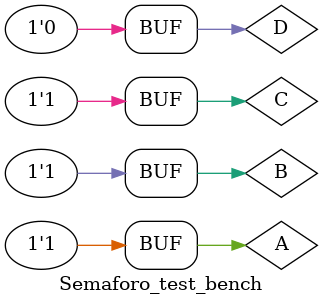
<source format=v>
module Semaforo_test_bench();

reg A, B, C, D, clock;
wire NS, LO;

Semaforo semaforo(A, B, C, D, NS, LO);

initial begin

$monitor("value of A=%b, B=%b, C = %b, D = %b, NS = %b, LO = %b", A, B, C, D, NS, LO);

A = 0;
B = 0;
C = 0;
D = 0;
//0000


//0100
#50 B = 1;

//1100
#50 A = 1;


//1101
#50 D = 1;


//1111
#50 C = 1;


//1011
#50 B = 0;


//0011
#50 A = 0;


//0010
#50 D = 0;

//0110
#50 B = 1;


//0111
#50 D = 1;

//0101
#50 C = 0;


//0001
#50 B = 0;


//1001
#50 A = 1;

//1100
#50 B = 1; D = 0;

//1010
#50 B = 0; C = 1;

//1000
#50 C = 0;

//1110
#50 B = 1; C = 1;

end
endmodule
</source>
